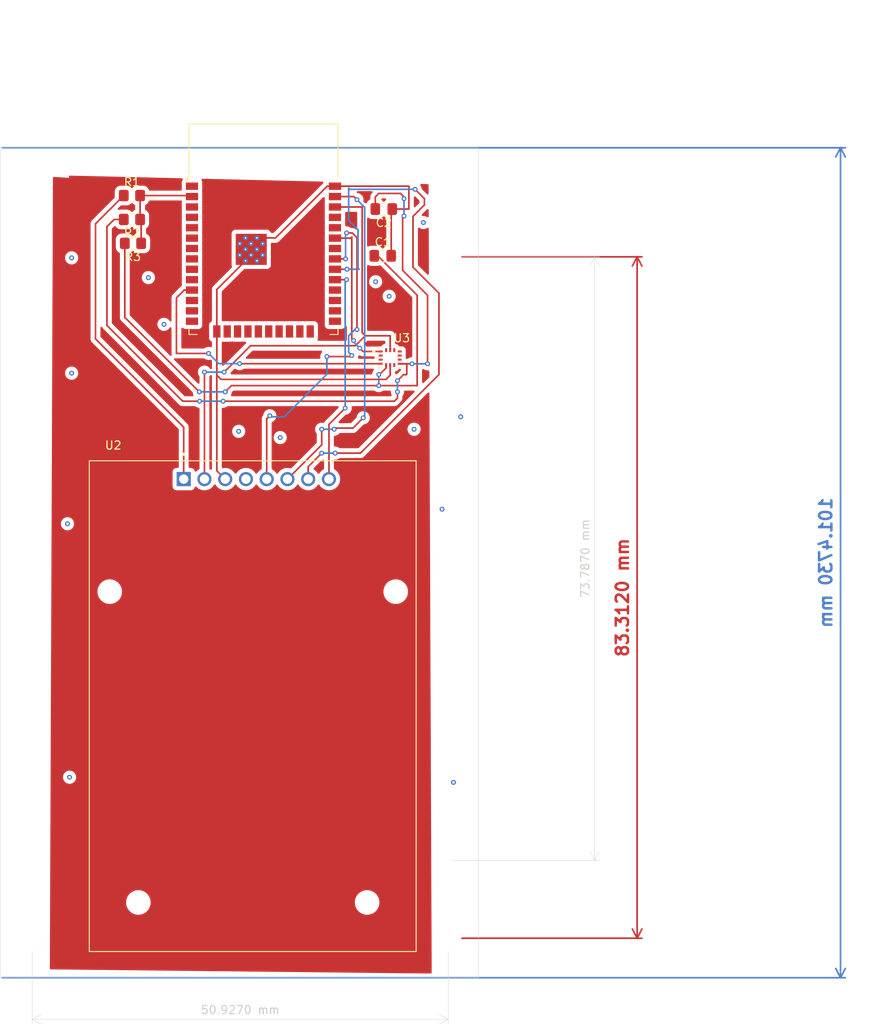
<source format=kicad_pcb>
(kicad_pcb (version 20240108) (generator "pcbnew") (generator_version "8.0")
  (layers (0 "F.Cu" signal) (31 "B.Cu" signal) (34 "B.Paste" user) (35 "F.Paste" user) (36 "B.SilkS" user "B.Silkscreen") (37 "F.SilkS" user "F.Silkscreen") (38 "B.Mask" user) (39 "F.Mask" user) (44 "Edge.Cuts" user))
  (net 0 "")
  (net 1 "Net-(U3-VDDIO)")
  (net 2 "GND")
  (net 3 "Net-(U3-VDD)")
  (net 4 "Net-(U2-VCC)")
  (net 5 "+3.3V")
  (net 12 "Net-(U1-IO22)")
  (net 13 "Net-(U1-IO5)")
  (net 22 "Net-(U1-IO18)")
  (net 31 "Net-(U1-IO23)")
  (net 33 "Net-(U1-IO21)")
  (net 36 "Net-(U1-IO26)")
  (net 38 "Net-(U1-IO19)")
  (footprint "MountingHole:MountingHole_3.2mm_M3" (layer "F.Cu") (at 75.819 43.434)
    (property "Reference" "H1" (at 0 0 0) (layer "F.SilkS"))
    (property "Value" "MountingHole" (hide yes))
    (pad "" np_thru_hole circle (at 0 0) (size 3.2 3.2) (drill 3.2) (layers "*.Cu" "*.Mask"))
  )
  (footprint "ICM 45605 Footprint Symbol by TDK:XDCR_ICM-45605" (layer "F.Cu") (at 119.634 55.753)
    (property "Reference" "U3" (at 1.425 -2.385 0) (layer "F.SilkS"))
    (property "Value" "ICM-45605")
    (fp_line (start -1.5 -1.25) (end -0.945 -1.25) (stroke (width 0.127)) (layer "F.SilkS"))
    (fp_line (start -1.5 -1.2) (end -1.5 -1.25) (stroke (width 0.127)) (layer "F.SilkS"))
    (fp_line (start -1.5 1.2) (end -1.5 1.25) (stroke (width 0.127)) (layer "F.SilkS"))
    (fp_line (start -1.5 1.25) (end -0.945 1.25) (stroke (width 0.127)) (layer "F.SilkS"))
    (fp_line (start 1.5 -1.25) (end 0.945 -1.25) (stroke (width 0.127)) (layer "F.SilkS"))
    (fp_line (start 1.5 -1.2) (end 1.5 -1.25) (stroke (width 0.127)) (layer "F.SilkS"))
    (fp_line (start 1.5 1.2) (end 1.5 1.25) (stroke (width 0.127)) (layer "F.SilkS"))
    (fp_line (start 1.5 1.25) (end 0.945 1.25) (stroke (width 0.127)) (layer "F.SilkS"))
    (fp_circle (center -2 -0.75) (end -1.9 -0.75) (stroke (width 0.2)) (fill none) (layer "F.SilkS"))
    (pad "1" smd rect (at -1.1625 -0.75) (size 0.475 0.25) (layers "F.Cu") (net 33 "Net-(U1-IO21)"))
    (pad "2" smd rect (at -1.1625 -0.25) (size 0.475 0.25) (layers "F.Cu"))
    (pad "3" smd rect (at -1.1625 0.25) (size 0.475 0.25) (layers "F.Cu"))
    (pad "4" smd rect (at -1.1625 0.75) (size 0.475 0.25) (layers "F.Cu") (net 36 "Net-(U1-IO26)"))
    (pad "5" smd rect (at -0.5 0.9125) (size 0.25 0.475) (layers "F.Cu") (net 1 "Net-(U3-VDDIO)"))
    (pad "6" smd rect (at 0 0.9125) (size 0.25 0.475) (layers "F.Cu") (net 2 "GND"))
    (pad "7" smd rect (at 0.5 0.9125) (size 0.25 0.475) (layers "F.Cu"))
    (pad "8" smd rect (at 1.1625 0.75) (size 0.475 0.25) (layers "F.Cu") (net 3 "Net-(U3-VDD)"))
    (pad "9" smd rect (at 1.1625 0.25) (size 0.475 0.25) (layers "F.Cu"))
    (pad "10" smd rect (at 1.1625 -0.25) (size 0.475 0.25) (layers "F.Cu"))
    (pad "11" smd rect (at 1.1625 -0.75) (size 0.475 0.25) (layers "F.Cu"))
    (pad "12" smd rect (at 0.5 -0.9125) (size 0.25 0.475) (layers "F.Cu"))
    (pad "13" smd rect (at 0 -0.9125) (size 0.25 0.475) (layers "F.Cu") (net 12 "Net-(U1-IO22)"))
    (pad "14" smd rect (at -0.5 -0.9125) (size 0.25 0.475) (layers "F.Cu") (net 33 "Net-(U1-IO21)"))
    (zone (net 0) (net_name "") (layer "F.Cu") (connect_pads (clearance 0)) (min_thickness 0.01)
      (keepout (tracks not_allowed) (vias not_allowed) (pads not_allowed) (copperpour not_allowed) (footprints allowed))
      (fill (thermal_gap 0.508) (thermal_bridge_width 0.508))
      (polygon (pts (xy 118.134 54.503) (xy 119.009 54.503) (xy 119.009 55.078) (xy 119.259 55.078) (xy 119.259 54.503) (xy 119.509 54.503) (xy 119.509 55.078) (xy 119.759 55.078) (xy 119.759 54.503) (xy 120.009 54.503) (xy 120.009 55.078) (xy 120.259 55.078) (xy 120.259 54.503) (xy 121.134 54.503) (xy 121.134 54.878) (xy 120.559 54.878) (xy 120.559 55.128) (xy 121.134 55.128) (xy 121.134 55.378) (xy 120.559 55.378) (xy 120.559 55.628) (xy 121.134 55.628) (xy 121.134 55.878) (xy 120.559 55.878) (xy 120.559 56.128) (xy 121.134 56.128) (xy 121.134 56.378) (xy 120.559 56.378) (xy 120.559 56.628) (xy 121.134 56.628) (xy 121.134 57.003) (xy 120.259 57.003) (xy 120.259 56.428) (xy 120.009 56.428) (xy 120.009 57.003) (xy 119.759 57.003) (xy 119.759 56.428) (xy 119.509 56.428) (xy 119.509 57.003) (xy 119.259 57.003) (xy 119.259 56.428) (xy 119.009 56.428) (xy 119.009 57.003) (xy 118.134 57.003) (xy 118.134 56.628) (xy 118.709 56.628) (xy 118.709 56.378) (xy 118.134 56.378) (xy 118.134 56.128) (xy 118.709 56.128) (xy 118.709 55.878) (xy 118.134 55.878) (xy 118.134 55.628) (xy 118.709 55.628) (xy 118.709 55.378) (xy 118.134 55.378) (xy 118.134 55.128) (xy 118.709 55.128) (xy 118.709 54.878) (xy 118.134 54.878)))
    )
  )
  (footprint "CEG006900 Footprint Symbol by YKS:MODULE_CEG006900" (layer "F.Cu") (at 102.811 98.372)
    (property "Reference" "U2" (at -17.075 -31.885 0) (layer "F.SilkS"))
    (property "Value" "CEG006900")
    (fp_line (start -20 -30) (end 20 -30) (stroke (width 0.127)) (layer "F.SilkS"))
    (fp_line (start -20 30) (end -20 -30) (stroke (width 0.127)) (layer "F.SilkS"))
    (fp_line (start 20 -30) (end 20 30) (stroke (width 0.127)) (layer "F.SilkS"))
    (fp_line (start 20 30) (end -20 30) (stroke (width 0.127)) (layer "F.SilkS"))
    (fp_circle (center -8.431 -30.808) (end -8.331 -30.808) (stroke (width 0.2)) (fill none) (layer "F.SilkS"))
    (pad "" np_thru_hole circle (at -17.5 -14) (size 2.5 2.5) (drill 2.5) (layers "*.Cu" "*.Mask"))
    (pad "" np_thru_hole circle (at -14 24) (size 2.5 2.5) (drill 2.5) (layers "*.Cu" "*.Mask"))
    (pad "" np_thru_hole circle (at 14 24) (size 2.5 2.5) (drill 2.5) (layers "*.Cu" "*.Mask"))
    (pad "" np_thru_hole circle (at 17.5 -14) (size 2.5 2.5) (drill 2.5) (layers "*.Cu" "*.Mask"))
    (pad "1" thru_hole rect (at -8.45 -27.76) (size 1.725 1.725) (drill 1.15) (layers "*.Cu" "*.Mask") (net 4 "Net-(U2-VCC)"))
    (pad "2" thru_hole circle (at -5.91 -27.76) (size 1.725 1.725) (drill 1.15) (layers "*.Cu" "*.Mask") (net 12 "Net-(U1-IO22)"))
    (pad "3" thru_hole circle (at -3.37 -27.76) (size 1.725 1.725) (drill 1.15) (layers "*.Cu" "*.Mask") (net 2 "GND"))
    (pad "4" thru_hole circle (at -0.83 -27.76) (size 1.725 1.725) (drill 1.15) (layers "*.Cu" "*.Mask"))
    (pad "5" thru_hole circle (at 1.71 -27.76) (size 1.725 1.725) (drill 1.15) (layers "*.Cu" "*.Mask") (net 38 "Net-(U1-IO19)"))
    (pad "6" thru_hole circle (at 4.25 -27.76) (size 1.725 1.725) (drill 1.15) (layers "*.Cu" "*.Mask") (net 31 "Net-(U1-IO23)"))
    (pad "7" thru_hole circle (at 6.79 -27.76) (size 1.725 1.725) (drill 1.15) (layers "*.Cu" "*.Mask") (net 22 "Net-(U1-IO18)"))
    (pad "8" thru_hole circle (at 9.33 -27.76) (size 1.725 1.725) (drill 1.15) (layers "*.Cu" "*.Mask") (net 13 "Net-(U1-IO5)"))
  )
  (footprint "MountingHole:MountingHole_3.2mm_M3" (layer "F.Cu") (at 126.746 43.434)
    (property "Reference" "H1" (at 0 0 0) (layer "F.SilkS"))
    (property "Value" "MountingHole" (hide yes))
    (pad "" np_thru_hole circle (at 0 0) (size 3.2 3.2) (drill 3.2) (layers "*.Cu" "*.Mask"))
  )
  (footprint "Resistor_SMD:R_0805_2012Metric_Pad1.20x1.40mm_HandSolder" (layer "F.Cu") (at 88.027 35.941)
    (property "Reference" "R1" (at 0 -1.651 0) (layer "F.SilkS"))
    (property "Value" "200")
    (fp_line (start -0.227064 -0.735) (end 0.227064 -0.735) (stroke (width 0.12)) (layer "F.SilkS"))
    (fp_line (start -0.227064 0.735) (end 0.227064 0.735) (stroke (width 0.12)) (layer "F.SilkS"))
    (pad "1" smd roundrect (at -1 0) (size 1.2 1.4) (layers "F.Cu" "F.Paste" "F.Mask") (roundrect_rratio 0.208333) (net 4 "Net-(U2-VCC)"))
    (pad "2" smd roundrect (at 1 0) (size 1.2 1.4) (layers "F.Cu" "F.Paste" "F.Mask") (roundrect_rratio 0.208333) (net 5 "+3.3V"))
  )
  (footprint "Resistor_SMD:R_0805_2012Metric_Pad1.20x1.40mm_HandSolder" (layer "F.Cu") (at 88.154 41.783 180)
    (property "Reference" "R3" (at 0 -1.65 0) (layer "F.SilkS"))
    (property "Value" "10k")
    (fp_line (start -0.227064 0.735) (end 0.227064 0.735) (stroke (width 0.12)) (layer "F.SilkS"))
    (fp_line (start -0.227064 -0.735) (end 0.227064 -0.735) (stroke (width 0.12)) (layer "F.SilkS"))
    (pad "1" smd roundrect (at -1 0 180) (size 1.2 1.4) (layers "F.Cu" "F.Paste" "F.Mask") (roundrect_rratio 0.208333) (net 5 "+3.3V"))
    (pad "2" smd roundrect (at 1 0 180) (size 1.2 1.4) (layers "F.Cu" "F.Paste" "F.Mask") (roundrect_rratio 0.208333) (net 1 "Net-(U3-VDDIO)"))
  )
  (footprint "MountingHole:MountingHole_3.2mm_M3" (layer "F.Cu") (at 126.746 126.746)
    (property "Reference" "H4" (hide yes))
    (property "Value" "MountingHole" (hide yes))
    (pad "" np_thru_hole circle (at 0 0) (size 3.2 3.2) (drill 3.2) (layers "*.Cu" "*.Mask"))
  )
  (footprint "Capacitor_SMD:C_0805_2012Metric_Pad1.18x1.45mm_HandSolder" (layer "F.Cu") (at 118.8505 37.592 180)
    (property "Reference" "C2" (at 0 -1.68 0) (layer "F.SilkS"))
    (property "Value" "0.1uF")
    (fp_line (start -0.261252 0.735) (end 0.261252 0.735) (stroke (width 0.12)) (layer "F.SilkS"))
    (fp_line (start -0.261252 -0.735) (end 0.261252 -0.735) (stroke (width 0.12)) (layer "F.SilkS"))
    (pad "1" smd roundrect (at -1.0375 0 180) (size 1.175 1.45) (layers "F.Cu" "F.Paste" "F.Mask") (roundrect_rratio 0.212766) (net 2 "GND"))
    (pad "2" smd roundrect (at 1.0375 0 180) (size 1.175 1.45) (layers "F.Cu" "F.Paste" "F.Mask") (roundrect_rratio 0.212766) (net 3 "Net-(U3-VDD)"))
  )
  (footprint "MountingHole:MountingHole_3.2mm_M3" (layer "F.Cu") (at 75.819 126.746)
    (property "Reference" "H4" (hide yes))
    (property "Value" "MountingHole" (hide yes))
    (pad "" np_thru_hole circle (at 0 0) (size 3.2 3.2) (drill 3.2) (layers "*.Cu" "*.Mask"))
  )
  (footprint "Resistor_SMD:R_0805_2012Metric_Pad1.20x1.40mm_HandSolder" (layer "F.Cu") (at 88.027 38.862 180)
    (property "Reference" "R2" (at 0 -1.65 0) (layer "F.SilkS"))
    (property "Value" "10k")
    (fp_line (start -0.227064 0.735) (end 0.227064 0.735) (stroke (width 0.12)) (layer "F.SilkS"))
    (fp_line (start -0.227064 -0.735) (end 0.227064 -0.735) (stroke (width 0.12)) (layer "F.SilkS"))
    (pad "1" smd roundrect (at -1 0 180) (size 1.2 1.4) (layers "F.Cu" "F.Paste" "F.Mask") (roundrect_rratio 0.208333) (net 5 "+3.3V"))
    (pad "2" smd roundrect (at 1 0 180) (size 1.2 1.4) (layers "F.Cu" "F.Paste" "F.Mask") (roundrect_rratio 0.208333) (net 3 "Net-(U3-VDD)"))
  )
  (footprint "Capacitor_SMD:C_0805_2012Metric_Pad1.18x1.45mm_HandSolder" (layer "F.Cu") (at 118.7235 43.307)
    (property "Reference" "C1" (at 0 -1.68 0) (layer "F.SilkS"))
    (property "Value" "0.1uF")
    (fp_line (start -0.261252 -0.735) (end 0.261252 -0.735) (stroke (width 0.12)) (layer "F.SilkS"))
    (fp_line (start -0.261252 0.735) (end 0.261252 0.735) (stroke (width 0.12)) (layer "F.SilkS"))
    (pad "1" smd roundrect (at -1.0375 0) (size 1.175 1.45) (layers "F.Cu" "F.Paste" "F.Mask") (roundrect_rratio 0.212766) (net 1 "Net-(U3-VDDIO)"))
    (pad "2" smd roundrect (at 1.0375 0) (size 1.175 1.45) (layers "F.Cu" "F.Paste" "F.Mask") (roundrect_rratio 0.212766) (net 2 "GND"))
  )
  (footprint "RF_Module:ESP32-WROOM-32D" (layer "F.Cu") (at 104.127 43.048)
    (property "Reference" "U1" (hide yes))
    (property "Value" "ESP32-WROOM-32D")
    (fp_line (start -9.12 -15.86) (end -9.12 -9.7) (stroke (width 0.12)) (layer "F.SilkS"))
    (fp_line (start -9.12 -15.86) (end 9.12 -15.86) (stroke (width 0.12)) (layer "F.SilkS"))
    (fp_line (start -9.12 9.1) (end -9.12 9.88) (stroke (width 0.12)) (layer "F.SilkS"))
    (fp_line (start -9.12 9.88) (end -8.12 9.88) (stroke (width 0.12)) (layer "F.SilkS"))
    (fp_line (start 9.12 -15.86) (end 9.12 -9.445) (stroke (width 0.12)) (layer "F.SilkS"))
    (fp_line (start 9.12 9.1) (end 9.12 9.88) (stroke (width 0.12)) (layer "F.SilkS"))
    (fp_line (start 9.12 9.88) (end 8.12 9.88) (stroke (width 0.12)) (layer "F.SilkS"))
    (fp_poly (pts (xy -9.125 -8.975) (xy -9.625 -8.975) (xy -9.125 -9.475) (xy -9.125 -8.975)) (stroke (width 0.12)) (fill solid) (layer "F.SilkS"))
    (pad "1" smd rect (at -8.75 -8.25) (size 1.5 0.9) (layers "F.Cu" "F.Paste" "F.Mask") (net 2 "GND"))
    (pad "2" smd rect (at -8.75 -6.98) (size 1.5 0.9) (layers "F.Cu" "F.Paste" "F.Mask") (net 5 "+3.3V"))
    (pad "3" smd rect (at -8.75 -5.71) (size 1.5 0.9) (layers "F.Cu" "F.Paste" "F.Mask"))
    (pad "4" smd rect (at -8.75 -4.44) (size 1.5 0.9) (layers "F.Cu" "F.Paste" "F.Mask"))
    (pad "5" smd rect (at -8.75 -3.17) (size 1.5 0.9) (layers "F.Cu" "F.Paste" "F.Mask"))
    (pad "6" smd rect (at -8.75 -1.9) (size 1.5 0.9) (layers "F.Cu" "F.Paste" "F.Mask"))
    (pad "7" smd rect (at -8.75 -0.63) (size 1.5 0.9) (layers "F.Cu" "F.Paste" "F.Mask"))
    (pad "8" smd rect (at -8.75 0.64) (size 1.5 0.9) (layers "F.Cu" "F.Paste" "F.Mask"))
    (pad "9" smd rect (at -8.75 1.91) (size 1.5 0.9) (layers "F.Cu" "F.Paste" "F.Mask"))
    (pad "10" smd rect (at -8.75 3.18) (size 1.5 0.9) (layers "F.Cu" "F.Paste" "F.Mask"))
    (pad "11" smd rect (at -8.75 4.45) (size 1.5 0.9) (layers "F.Cu" "F.Paste" "F.Mask") (net 36 "Net-(U1-IO26)"))
    (pad "12" smd rect (at -8.75 5.72) (size 1.5 0.9) (layers "F.Cu" "F.Paste" "F.Mask"))
    (pad "13" smd rect (at -8.75 6.99) (size 1.5 0.9) (layers "F.Cu" "F.Paste" "F.Mask"))
    (pad "14" smd rect (at -8.75 8.26) (size 1.5 0.9) (layers "F.Cu" "F.Paste" "F.Mask"))
    (pad "15" smd rect (at -5.71 9.51 90) (size 1.5 0.9) (layers "F.Cu" "F.Paste" "F.Mask") (net 2 "GND"))
    (pad "16" smd rect (at -4.44 9.51 90) (size 1.5 0.9) (layers "F.Cu" "F.Paste" "F.Mask"))
    (pad "17" smd rect (at -3.17 9.51 90) (size 1.5 0.9) (layers "F.Cu" "F.Paste" "F.Mask"))
    (pad "18" smd rect (at -1.9 9.51 90) (size 1.5 0.9) (layers "F.Cu" "F.Paste" "F.Mask"))
    (pad "19" smd rect (at -0.63 9.51 90) (size 1.5 0.9) (layers "F.Cu" "F.Paste" "F.Mask"))
    (pad "20" smd rect (at 0.64 9.51 90) (size 1.5 0.9) (layers "F.Cu" "F.Paste" "F.Mask"))
    (pad "21" smd rect (at 1.91 9.51 90) (size 1.5 0.9) (layers "F.Cu" "F.Paste" "F.Mask"))
    (pad "22" smd rect (at 3.18 9.51 90) (size 1.5 0.9) (layers "F.Cu" "F.Paste" "F.Mask"))
    (pad "23" smd rect (at 4.45 9.51 90) (size 1.5 0.9) (layers "F.Cu" "F.Paste" "F.Mask"))
    (pad "24" smd rect (at 5.72 9.51 90) (size 1.5 0.9) (layers "F.Cu" "F.Paste" "F.Mask"))
    (pad "25" smd rect (at 8.75 8.26) (size 1.5 0.9) (layers "F.Cu" "F.Paste" "F.Mask"))
    (pad "26" smd rect (at 8.75 6.99) (size 1.5 0.9) (layers "F.Cu" "F.Paste" "F.Mask"))
    (pad "27" smd rect (at 8.75 5.72) (size 1.5 0.9) (layers "F.Cu" "F.Paste" "F.Mask"))
    (pad "28" smd rect (at 8.75 4.45) (size 1.5 0.9) (layers "F.Cu" "F.Paste" "F.Mask"))
    (pad "29" smd rect (at 8.75 3.18) (size 1.5 0.9) (layers "F.Cu" "F.Paste" "F.Mask") (net 13 "Net-(U1-IO5)"))
    (pad "30" smd rect (at 8.75 1.91) (size 1.5 0.9) (layers "F.Cu" "F.Paste" "F.Mask") (net 22 "Net-(U1-IO18)"))
    (pad "31" smd rect (at 8.75 0.64) (size 1.5 0.9) (layers "F.Cu" "F.Paste" "F.Mask") (net 38 "Net-(U1-IO19)"))
    (pad "32" smd rect (at 8.75 -0.63) (size 1.5 0.9) (layers "F.Cu" "F.Paste" "F.Mask"))
    (pad "33" smd rect (at 8.75 -1.9) (size 1.5 0.9) (layers "F.Cu" "F.Paste" "F.Mask") (net 33 "Net-(U1-IO21)"))
    (pad "34" smd rect (at 8.75 -3.17) (size 1.5 0.9) (layers "F.Cu" "F.Paste" "F.Mask"))
    (pad "35" smd rect (at 8.75 -4.44) (size 1.5 0.9) (layers "F.Cu" "F.Paste" "F.Mask"))
    (pad "36" smd rect (at 8.75 -5.71) (size 1.5 0.9) (layers "F.Cu" "F.Paste" "F.Mask") (net 12 "Net-(U1-IO22)"))
    (pad "37" smd rect (at 8.75 -6.98) (size 1.5 0.9) (layers "F.Cu" "F.Paste" "F.Mask") (net 31 "Net-(U1-IO23)"))
    (pad "38" smd rect (at 8.75 -8.25) (size 1.5 0.9) (layers "F.Cu" "F.Paste" "F.Mask") (net 2 "GND"))
    (pad "39" smd rect (at -2.9 -1.93) (size 0.9 0.9) (layers "F.Cu" "F.Paste") (net 2 "GND"))
    (pad "39" thru_hole circle (at -2.9 -1.23) (size 0.6 0.6) (drill 0.2) (property pad_prop_heatsink) (layers "*.Cu" "F.Mask") (net 2 "GND"))
    (pad "39" smd rect (at -2.9 -0.53) (size 0.9 0.9) (layers "F.Cu" "F.Paste") (net 2 "GND"))
    (pad "39" thru_hole circle (at -2.9 0.17) (size 0.6 0.6) (drill 0.2) (property pad_prop_heatsink) (layers "*.Cu" "F.Mask") (net 2 "GND"))
    (pad "39" smd rect (at -2.9 0.87) (size 0.9 0.9) (layers "F.Cu" "F.Paste") (net 2 "GND"))
    (pad "39" thru_hole circle (at -2.2 -1.93) (size 0.6 0.6) (drill 0.2) (property pad_prop_heatsink) (layers "*.Cu" "F.Mask") (net 2 "GND"))
    (pad "39" thru_hole circle (at -2.2 -0.53) (size 0.6 0.6) (drill 0.2) (property pad_prop_heatsink) (layers "*.Cu" "F.Mask") (net 2 "GND"))
    (pad "39" thru_hole circle (at -2.2 0.87) (size 0.6 0.6) (drill 0.2) (property pad_prop_heatsink) (layers "*.Cu" "F.Mask") (net 2 "GND"))
    (pad "39" thru_hole circle (at -1.525 -1.23) (size 0.6 0.6) (drill 0.2) (property pad_prop_heatsink) (layers "*.Cu" "F.Mask") (net 2 "GND"))
    (pad "39" thru_hole circle (at -1.525 0.17) (size 0.6 0.6) (drill 0.2) (property pad_prop_heatsink) (layers "*.Cu" "F.Mask") (net 2 "GND"))
    (pad "39" smd rect (at -1.5 -1.93) (size 0.9 0.9) (layers "F.Cu" "F.Paste") (net 2 "GND"))
    (pad "39" smd rect (at -1.5 -0.53) (size 0.9 0.9) (layers "F.Cu" "F.Paste") (net 2 "GND"))
    (pad "39" smd rect (at -1.5 -0.53) (size 3.8 3.8) (property pad_prop_heatsink) (layers "F.Cu" "F.Mask") (net 2 "GND"))
    (pad "39" smd rect (at -1.5 0.87) (size 0.9 0.9) (layers "F.Cu" "F.Paste") (net 2 "GND"))
    (pad "39" thru_hole circle (at -0.8 -1.93) (size 0.6 0.6) (drill 0.2) (property pad_prop_heatsink) (layers "*.Cu" "F.Mask") (net 2 "GND"))
    (pad "39" thru_hole circle (at -0.8 -0.53) (size 0.6 0.6) (drill 0.2) (property pad_prop_heatsink) (layers "*.Cu" "F.Mask") (net 2 "GND"))
    (pad "39" thru_hole circle (at -0.8 0.87) (size 0.6 0.6) (drill 0.2) (property pad_prop_heatsink) (layers "*.Cu" "F.Mask") (net 2 "GND"))
    (pad "39" smd rect (at -0.1 -1.93) (size 0.9 0.9) (layers "F.Cu" "F.Paste") (net 2 "GND"))
    (pad "39" thru_hole circle (at -0.1 -1.23) (size 0.6 0.6) (drill 0.2) (property pad_prop_heatsink) (layers "*.Cu" "F.Mask") (net 2 "GND"))
    (pad "39" smd rect (at -0.1 -0.53) (size 0.9 0.9) (layers "F.Cu" "F.Paste") (net 2 "GND"))
    (pad "39" thru_hole circle (at -0.1 0.17) (size 0.6 0.6) (drill 0.2) (property pad_prop_heatsink) (layers "*.Cu" "F.Mask") (net 2 "GND"))
    (pad "39" smd rect (at -0.1 0.87) (size 0.9 0.9) (layers "F.Cu" "F.Paste") (net 2 "GND"))
    (zone (net 0) (net_name "") (layers "F&B.Cu") (connect_pads (clearance 0)) (min_thickness 0.254)
      (keepout (tracks not_allowed) (vias not_allowed) (pads not_allowed) (copperpour not_allowed) (footprints not_allowed))
      (fill (thermal_gap 0.508) (thermal_bridge_width 0.508))
      (polygon (pts (xy 80.127 33.498) (xy 128.127 33.498) (xy 128.127 12.308) (xy 80.127 12.308)))
    )
  )
  (gr_rect (start 71.9035 30.099) (end 130.429 131.572) (stroke (width 0.05)) (fill none) (layer "Edge.Cuts"))
  (dimension (type aligned) (layer "F.Cu") (pts (xy 126.746 126.746) (xy 126.746 43.434)) (height 23.114) (gr_text "83.3120 mm" (at 148.06 85.09 90) (layer "F.Cu") (effects (font (size 1.5 1.5) (thickness 0.3)))) (format (prefix "") (suffix "") (units 3) (units_format 1) (precision 4)) (style (thickness 0.2) (arrow_length 1.27) (text_position_mode 0) (extension_height 0.58642) (extension_offset 0.5) keep_text_aligned))
  (dimension (type aligned) (layer "B.Cu") (pts (xy 71.6495 30.099) (xy 71.6495 131.572)) (height -103.1025) (gr_text "101.4730 mm" (at 172.952 80.8355 90) (layer "B.Cu") (effects (font (size 1.5 1.5) (thickness 0.3)) (justify mirror))) (format (prefix "") (suffix "") (units 3) (units_format 1) (precision 4)) (style (thickness 0.2) (arrow_length 1.27) (text_position_mode 0) (extension_height 0.58642) (extension_offset 0.5) keep_text_aligned))
  (dimension (type aligned) (layer "Edge.Cuts") (pts (xy 126.746 43.434) (xy 126.746 117.221)) (height -17.907) (gr_text "73.7870 mm" (at 143.503 80.3275 90) (layer "Edge.Cuts") (effects (font (size 1 1) (thickness 0.15)))) (format (prefix "") (suffix "") (units 3) (units_format 1) (precision 4)) (style (thickness 0.05) (arrow_length 1.27) (text_position_mode 0) (extension_height 0.58642) (extension_offset 0.5) keep_text_aligned))
  (dimension (type aligned) (layer "Edge.Cuts") (pts (xy 126.746 126.746) (xy 75.819 126.746)) (height -9.906) (gr_text "50.9270 mm" (at 101.2825 135.502 0) (layer "Edge.Cuts") (effects (font (size 1 1) (thickness 0.15)))) (format (prefix "") (suffix "") (units 3) (units_format 1) (precision 4)) (style (thickness 0.05) (arrow_length 1.27) (text_position_mode 0) (extension_height 0.58642) (extension_offset 0.5) keep_text_aligned))
  (via (at 123.698 39.243) (size 0.6) (drill 0.3) (layers "F.Cu" "B.Cu") (net 0))
  (via (at 91.948 51.689) (size 0.6) (drill 0.3) (layers "F.Cu" "B.Cu") (net 0))
  (via (at 101.092 64.77) (size 0.6) (drill 0.3) (layers "F.Cu" "B.Cu") (net 0))
  (via (at 80.645 43.561) (size 0.6) (drill 0.3) (layers "F.Cu" "B.Cu") (net 0))
  (via (at 117.856 46.482) (size 0.6) (drill 0.3) (layers "F.Cu" "B.Cu") (net 0))
  (via (at 127.381 107.696) (size 0.6) (drill 0.3) (layers "F.Cu" "B.Cu") (net 0))
  (via (at 80.391 107.061) (size 0.6) (drill 0.3) (layers "F.Cu" "B.Cu") (net 0))
  (via (at 80.645 57.658) (size 0.6) (drill 0.3) (layers "F.Cu" "B.Cu") (net 0))
  (via (at 128.27 62.992) (size 0.6) (drill 0.3) (layers "F.Cu" "B.Cu") (net 0))
  (via (at 122.555 64.516) (size 0.6) (drill 0.3) (layers "F.Cu" "B.Cu") (net 0))
  (via (at 125.984 74.295) (size 0.6) (drill 0.3) (layers "F.Cu" "B.Cu") (net 0))
  (via (at 106.172 65.532) (size 0.6) (drill 0.3) (layers "F.Cu" "B.Cu") (net 0))
  (via (at 119.507 48.26) (size 0.6) (drill 0.3) (layers "F.Cu" "B.Cu") (net 0))
  (via (at 80.137 76.073) (size 0.6) (drill 0.3) (layers "F.Cu" "B.Cu") (net 0))
  (via (at 90.043 45.974) (size 0.6) (drill 0.3) (layers "F.Cu" "B.Cu") (net 0))
  (segment (start 118.11 43.307) (end 122.936 48.133) (width 0.2) (layer "F.Cu") (net 1))
  (segment (start 119.126 59.182) (end 118.237 59.182) (width 0.2) (layer "F.Cu") (net 1))
  (segment (start 119.134 57.019422) (end 119.134 56.6655) (width 0.2) (layer "F.Cu") (net 1))
  (segment (start 87.154 41.783) (end 87.154 50.832) (width 0.2) (layer "F.Cu") (net 1))
  (segment (start 122.936 48.133) (end 122.936 59.182) (width 0.2) (layer "F.Cu") (net 1))
  (segment (start 118.237 57.82) (end 118.333422 57.82) (width 0.2) (layer "F.Cu") (net 1))
  (segment (start 87.154 50.832) (end 96.266 59.944) (width 0.2) (layer "F.Cu") (net 1))
  (segment (start 122.936 59.182) (end 119.126 59.182) (width 0.2) (layer "F.Cu") (net 1))
  (segment (start 117.686 43.307) (end 118.11 43.307) (width 0.2) (layer "F.Cu") (net 1))
  (segment (start 118.333422 57.82) (end 119.134 57.019422) (width 0.2) (layer "F.Cu") (net 1))
  (segment (start 118.237 59.182) (end 100.203 59.182) (width 0.2) (layer "F.Cu") (net 1))
  (segment (start 100.203 59.182) (end 99.441 59.944) (width 0.2) (layer "F.Cu") (net 1))
  (via (at 118.237 57.82) (size 0.6) (drill 0.3) (layers "F.Cu" "B.Cu") (net 1))
  (via (at 99.441 59.944) (size 0.6) (drill 0.3) (layers "F.Cu" "B.Cu") (net 1))
  (via (at 96.266 59.944) (size 0.6) (drill 0.3) (layers "F.Cu" "B.Cu") (net 1))
  (via (at 118.237 59.182) (size 0.6) (drill 0.3) (layers "F.Cu" "B.Cu") (net 1))
  (segment (start 118.237 59.182) (end 118.237 57.82) (width 0.2) (layer "B.Cu") (net 1))
  (segment (start 96.266 59.944) (end 99.441 59.944) (width 0.2) (layer "B.Cu") (net 1))
  (segment (start 99.695 59.944) (end 99.441 59.944) (width 0.2) (layer "B.Cu") (net 1))
  (segment (start 118.329 57.82) (end 118.364 57.785) (width 0.2) (layer "B.Cu") (net 1))
  (segment (start 118.237 57.82) (end 118.329 57.82) (width 0.2) (layer "B.Cu") (net 1))
  (segment (start 98.417 47.428) (end 98.417 52.558) (width 0.2) (layer "F.Cu") (net 2))
  (segment (start 105.607 41.118) (end 104.027 41.118) (width 0.2) (layer "F.Cu") (net 2))
  (segment (start 121.92 34.798) (end 112.877 34.798) (width 0.2) (layer "F.Cu") (net 2))
  (segment (start 98.417 69.588) (end 99.441 70.612) (width 0.2) (layer "F.Cu") (net 2))
  (segment (start 98.925 58.42) (end 98.417 57.912) (width 0.2) (layer "F.Cu") (net 2))
  (segment (start 111.927 34.798) (end 105.607 41.118) (width 0.2) (layer "F.Cu") (net 2))
  (segment (start 101.927 43.918) (end 98.417 47.428) (width 0.2) (layer "F.Cu") (net 2))
  (segment (start 119.761 37.719) (end 119.888 37.592) (width 0.2) (layer "F.Cu") (net 2))
  (segment (start 119.634 57.912) (end 119.126 58.42) (width 0.2) (layer "F.Cu") (net 2))
  (segment (start 121.92 37.592) (end 121.92 34.798) (width 0.2) (layer "F.Cu") (net 2))
  (segment (start 119.888 37.592) (end 121.92 37.592) (width 0.2) (layer "F.Cu") (net 2))
  (segment (start 98.417 57.912) (end 98.417 69.588) (width 0.2) (layer "F.Cu") (net 2))
  (segment (start 119.126 58.42) (end 98.925 58.42) (width 0.2) (layer "F.Cu") (net 2))
  (segment (start 112.877 34.798) (end 111.927 34.798) (width 0.2) (layer "F.Cu") (net 2))
  (segment (start 98.417 52.558) (end 98.417 57.912) (width 0.2) (layer "F.Cu") (net 2))
  (segment (start 119.761 43.307) (end 119.761 37.719) (width 0.2) (layer "F.Cu") (net 2))
  (segment (start 119.634 56.6655) (end 119.634 57.912) (width 0.2) (layer "F.Cu") (net 2))
  (segment (start 121.158 38.608) (end 121.158 45.085) (width 0.2) (layer "F.Cu") (net 3))
  (segment (start 121.605 57.846) (end 121.666 57.785) (width 0.2) (layer "F.Cu") (net 3))
  (segment (start 121.666 57.785) (end 121.666 56.515) (width 0.2) (layer "F.Cu") (net 3))
  (segment (start 124.206 48.133) (end 124.206 56.515) (width 0.2) (layer "F.Cu") (net 3))
  (segment (start 85.852 38.862) (end 84.963 39.751) (width 0.2) (layer "F.Cu") (net 3))
  (segment (start 121.234 56.503) (end 121.259 56.528) (width 0.2) (layer "F.Cu") (net 3))
  (segment (start 121.32 36.103) (end 121.32 36.322) (width 0.2) (layer "F.Cu") (net 3))
  (segment (start 120.523 60.706) (end 120.523 59.944) (width 0.2) (layer "F.Cu") (net 3))
  (segment (start 120.142 61.087) (end 120.523 60.706) (width 0.2) (layer "F.Cu") (net 3))
  (segment (start 121.158 45.085) (end 124.206 48.133) (width 0.2) (layer "F.Cu") (net 3))
  (segment (start 120.904 35.687) (end 121.32 36.103) (width 0.2) (layer "F.Cu") (net 3))
  (segment (start 94.234 61.087) (end 96.301 61.087) (width 0.2) (layer "F.Cu") (net 3))
  (segment (start 118.237 35.687) (end 120.904 35.687) (width 0.2) (layer "F.Cu") (net 3))
  (segment (start 121.259 57.846) (end 120.523 58.582) (width 0.2) (layer "F.Cu") (net 3))
  (segment (start 120.8085 56.515) (end 120.7965 56.503) (width 0.2) (layer "F.Cu") (net 3))
  (segment (start 117.813 36.111) (end 118.237 35.687) (width 0.2) (layer "F.Cu") (net 3))
  (segment (start 94.1705 61.0235) (end 94.234 61.087) (width 0.2) (layer "F.Cu") (net 3))
  (segment (start 84.963 51.816) (end 94.1705 61.0235) (width 0.2) (layer "F.Cu") (net 3))
  (segment (start 84.963 39.751) (end 84.963 51.816) (width 0.2) (layer "F.Cu") (net 3))
  (segment (start 117.813 37.592) (end 117.813 36.111) (width 0.2) (layer "F.Cu") (net 3))
  (segment (start 122.301 56.515) (end 121.666 56.515) (width 0.2) (layer "F.Cu") (net 3))
  (segment (start 121.666 56.515) (end 120.8085 56.515) (width 0.2) (layer "F.Cu") (net 3))
  (segment (start 87.027 38.862) (end 85.852 38.862) (width 0.2) (layer "F.Cu") (net 3))
  (segment (start 121.32 38.446) (end 121.158 38.608) (width 0.2) (layer "F.Cu") (net 3))
  (segment (start 121.259 57.846) (end 121.605 57.846) (width 0.2) (layer "F.Cu") (net 3))
  (segment (start 99.187 61.087) (end 120.142 61.087) (width 0.2) (layer "F.Cu") (net 3))
  (segment (start 120.7965 56.503) (end 121.234 56.503) (width 0.2) (layer "F.Cu") (net 3))
  (via (at 124.206 56.515) (size 0.6) (drill 0.3) (layers "F.Cu" "B.Cu") (net 3))
  (via (at 120.523 58.582) (size 0.6) (drill 0.3) (layers "F.Cu" "B.Cu") (net 3))
  (via (at 96.301 61.087) (size 0.6) (drill 0.3) (layers "F.Cu" "B.Cu") (net 3))
  (via (at 120.523 59.944) (size 0.6) (drill 0.3) (layers "F.Cu" "B.Cu") (net 3))
  (via (at 122.301 56.515) (size 0.6) (drill 0.3) (layers "F.Cu" "B.Cu") (net 3))
  (via (at 121.32 36.322) (size 0.6) (drill 0.3) (layers "F.Cu" "B.Cu") (net 3))
  (via (at 99.187 61.087) (size 0.6) (drill 0.3) (layers "F.Cu" "B.Cu") (net 3))
  (via (at 121.32 38.446) (size 0.6) (drill 0.3) (layers "F.Cu" "B.Cu") (net 3))
  (segment (start 120.523 59.944) (end 120.523 58.582) (width 0.2) (layer "B.Cu") (net 3))
  (segment (start 99.314 61.214) (end 99.187 61.087) (width 0.2) (layer "B.Cu") (net 3))
  (segment (start 121.285 38.481) (end 121.32 38.446) (width 0.2) (layer "B.Cu") (net 3))
  (segment (start 121.32 36.322) (end 121.32 38.446) (width 0.2) (layer "B.Cu") (net 3))
  (segment (start 96.301 61.087) (end 99.187 61.087) (width 0.2) (layer "B.Cu") (net 3))
  (segment (start 124.206 56.515) (end 122.301 56.515) (width 0.2) (layer "B.Cu") (net 3))
  (segment (start 83.566 39.402) (end 87.027 35.941) (width 0.2) (layer "F.Cu") (net 4))
  (segment (start 94.361 70.612) (end 94.361 64.262) (width 0.2) (layer "F.Cu") (net 4))
  (segment (start 94.361 64.262) (end 83.566 53.467) (width 0.2) (layer "F.Cu") (net 4))
  (segment (start 83.566 53.467) (end 83.566 39.402) (width 0.2) (layer "F.Cu") (net 4))
  (segment (start 89.154 41.783) (end 89.154 38.989) (width 0.2) (layer "F.Cu") (net 5))
  (segment (start 89.027 35.941) (end 95.25 35.941) (width 0.2) (layer "F.Cu") (net 5))
  (segment (start 95.25 35.941) (end 95.377 36.068) (width 0.2) (layer "F.Cu") (net 5))
  (segment (start 89.154 38.989) (end 89.027 38.862) (width 0.2) (layer "F.Cu") (net 5))
  (segment (start 89.027 38.862) (end 89.027 35.941) (width 0.2) (layer "F.Cu") (net 5))
  (segment (start 99.314 57.531) (end 102.542 54.303) (width 0.2) (layer "F.Cu") (net 12))
  (segment (start 102.542 54.303) (end 115.369 54.303) (width 0.2) (layer "F.Cu") (net 12))
  (segment (start 115.369 54.303) (end 116.586 53.086) (width 0.2) (layer "F.Cu") (net 12))
  (segment (start 96.901 57.531) (end 96.901 70.612) (width 0.2) (layer "F.Cu") (net 12))
  (segment (start 116.205 52.705) (end 116.205 37.338) (width 0.2) (layer "F.Cu") (net 12))
  (segment (start 116.586 53.086) (end 116.205 52.705) (width 0.2) (layer "F.Cu") (net 12))
  (segment (start 119.634 53.086) (end 119.634 54.8405) (width 0.2) (layer "F.Cu") (net 12))
  (segment (start 116.205 37.338) (end 112.877 37.338) (width 0.2) (layer "F.Cu") (net 12))
  (segment (start 116.586 53.086) (end 119.634 53.086) (width 0.2) (layer "F.Cu") (net 12))
  (via (at 96.901 57.531) (size 0.6) (drill 0.3) (layers "F.Cu" "B.Cu") (net 12))
  (via (at 99.314 57.531) (size 0.6) (drill 0.3) (layers "F.Cu" "B.Cu") (net 12))
  (segment (start 96.901 57.531) (end 99.314 57.531) (width 0.2) (layer "B.Cu") (net 12))
  (segment (start 112.877 46.228) (end 114.3 46.228) (width 0.2) (layer "F.Cu") (net 13))
  (segment (start 114.127002 61.930002) (end 112.141 63.916004) (width 0.2) (layer "F.Cu") (net 13))
  (segment (start 112.141 63.916004) (end 112.141 70.612) (width 0.2) (layer "F.Cu") (net 13))
  (via (at 114.3 46.228) (size 0.6) (drill 0.3) (layers "F.Cu" "B.Cu") (net 13))
  (via (at 114.127002 61.930002) (size 0.6) (drill 0.3) (layers "F.Cu" "B.Cu") (net 13))
  (segment (start 114.173 61.976) (end 114.127002 61.930002) (width 0.2) (layer "B.Cu") (net 13))
  (segment (start 114.127002 46.400998) (end 114.127002 61.930002) (width 0.2) (layer "B.Cu") (net 13))
  (segment (start 114.3 46.228) (end 114.127002 46.400998) (width 0.2) (layer "B.Cu") (net 13))
  (segment (start 112.903 67.437) (end 115.996976 67.437) (width 0.2) (layer "F.Cu") (net 22))
  (segment (start 125.603 57.830976) (end 125.603 47.879) (width 0.2) (layer "F.Cu") (net 22))
  (segment (start 122.428 38.481) (end 123.825 37.084) (width 0.2) (layer "F.Cu") (net 22))
  (segment (start 109.601 69.088) (end 111.252 67.437) (width 0.2) (layer "F.Cu") (net 22))
  (segment (start 122.428 44.577) (end 122.428 38.481) (width 0.2) (layer "F.Cu") (net 22))
  (segment (start 123.825 37.084) (end 123.825 36.322) (width 0.2) (layer "F.Cu") (net 22))
  (segment (start 123.825 36.322) (end 122.682 35.179) (width 0.2) (layer "F.Cu") (net 22))
  (segment (start 114.335 44.958) (end 112.877 44.958) (width 0.2) (layer "F.Cu") (net 22))
  (segment (start 122.428 44.704) (end 122.428 44.577) (width 0.2) (layer "F.Cu") (net 22))
  (segment (start 125.603 47.879) (end 122.428 44.704) (width 0.2) (layer "F.Cu") (net 22))
  (segment (start 115.996976 67.437) (end 125.603 57.830976) (width 0.2) (layer "F.Cu") (net 22))
  (segment (start 109.601 70.612) (end 109.601 69.088) (width 0.2) (layer "F.Cu") (net 22))
  (via (at 114.335 44.958) (size 0.6) (drill 0.3) (layers "F.Cu" "B.Cu") (net 22))
  (via (at 112.903 67.437) (size 0.6) (drill 0.3) (layers "F.Cu" "B.Cu") (net 22))
  (via (at 111.252 67.437) (size 0.6) (drill 0.3) (layers "F.Cu" "B.Cu") (net 22))
  (via (at 122.682 35.179) (size 0.6) (drill 0.3) (layers "F.Cu" "B.Cu") (net 22))
  (segment (start 114.554 35.052) (end 114.554 38.989) (width 0.2) (layer "B.Cu") (net 22))
  (segment (start 115.824 44.958) (end 114.3 44.958) (width 0.2) (layer "B.Cu") (net 22))
  (segment (start 114.046 44.958) (end 114.335 44.958) (width 0.2) (layer "B.Cu") (net 22))
  (segment (start 114.3 44.958) (end 114.046 44.958) (width 0.2) (layer "B.Cu") (net 22))
  (segment (start 115.697 44.831) (end 115.824 44.958) (width 0.2) (layer "B.Cu") (net 22))
  (segment (start 115.697 40.132) (end 115.697 44.831) (width 0.2) (layer "B.Cu") (net 22))
  (segment (start 114.681 35.179) (end 114.554 35.052) (width 0.2) (layer "B.Cu") (net 22))
  (segment (start 111.252 67.437) (end 112.903 67.437) (width 0.2) (layer "B.Cu") (net 22))
  (segment (start 122.682 35.179) (end 114.681 35.179) (width 0.2) (layer "B.Cu") (net 22))
  (segment (start 114.554 38.989) (end 115.697 40.132) (width 0.2) (layer "B.Cu") (net 22))
  (segment (start 115.081 64.37) (end 112.922 64.37) (width 0.2) (layer "F.Cu") (net 31))
  (segment (start 111.252 64.516) (end 111.252 66.421) (width 0.2) (layer "F.Cu") (net 31))
  (segment (start 116.332 63.119) (end 115.081 64.37) (width 0.2) (layer "F.Cu") (net 31))
  (segment (start 115.189 36.068) (end 115.57 36.449) (width 0.2) (layer "F.Cu") (net 31))
  (segment (start 111.252 66.421) (end 107.061 70.612) (width 0.2) (layer "F.Cu") (net 31))
  (segment (start 112.877 36.068) (end 115.189 36.068) (width 0.2) (layer "F.Cu") (net 31))
  (segment (start 112.922 64.37) (end 112.776 64.516) (width 0.2) (layer "F.Cu") (net 31))
  (via (at 111.252 64.516) (size 0.6) (drill 0.3) (layers "F.Cu" "B.Cu") (net 31))
  (via (at 115.57 36.449) (size 0.6) (drill 0.3) (layers "F.Cu" "B.Cu") (net 31))
  (via (at 116.332 63.119) (size 0.6) (drill 0.3) (layers "F.Cu" "B.Cu") (net 31))
  (via (at 112.776 64.516) (size 0.6) (drill 0.3) (layers "F.Cu" "B.Cu") (net 31))
  (segment (start 115.57 36.449) (end 116.511935 37.390935) (width 0.2) (layer "B.Cu") (net 31))
  (segment (start 116.511935 62.939065) (end 116.332 63.119) (width 0.2) (layer "B.Cu") (net 31))
  (segment (start 116.511935 37.390935) (end 116.511935 62.939065) (width 0.2) (layer "B.Cu") (net 31))
  (segment (start 112.776 64.516) (end 111.252 64.516) (width 0.2) (layer "B.Cu") (net 31))
  (segment (start 118.4715 55.003) (end 116.306341 55.003) (width 0.2) (layer "F.Cu") (net 33))
  (segment (start 116.306341 55.003) (end 115.911935 54.608594) (width 0.2) (layer "F.Cu") (net 33))
  (segment (start 114.935 53.449) (end 115.154735 53.668735) (width 0.2) (layer "F.Cu") (net 33))
  (segment (start 112.877 41.148) (end 114.808 41.148) (width 0.2) (layer "F.Cu") (net 33))
  (segment (start 114.808 41.148) (end 114.935 41.021) (width 0.2) (layer "F.Cu") (net 33))
  (segment (start 114.935 41.021) (end 114.935 53.449) (width 0.2) (layer "F.Cu") (net 33))
  (via (at 115.911935 54.608594) (size 0.6) (drill 0.3) (layers "F.Cu" "B.Cu") (net 33))
  (via (at 115.154735 53.668735) (size 0.6) (drill 0.3) (layers "F.Cu" "B.Cu") (net 33))
  (segment (start 115.189 53.885659) (end 115.189 53.703) (width 0.2) (layer "B.Cu") (net 33))
  (segment (start 115.911935 54.608594) (end 115.189 53.885659) (width 0.2) (layer "B.Cu") (net 33))
  (segment (start 115.189 53.703) (end 115.154735 53.668735) (width 0.2) (layer "B.Cu") (net 33))
  (segment (start 93.472 48.453) (end 93.472 55.245) (width 0.2) (layer "F.Cu") (net 36))
  (segment (start 94.427 47.498) (end 93.472 48.453) (width 0.2) (layer "F.Cu") (net 36))
  (segment (start 101.207 56.503) (end 118.4715 56.503) (width 0.2) (layer "F.Cu") (net 36))
  (segment (start 95.377 47.498) (end 94.427 47.498) (width 0.2) (layer "F.Cu") (net 36))
  (segment (start 93.472 55.245) (end 97.409 55.245) (width 0.2) (layer "F.Cu") (net 36))
  (segment (start 101.198765 56.494765) (end 101.207 56.503) (width 0.2) (layer "F.Cu") (net 36))
  (via (at 101.198765 56.494765) (size 0.6) (drill 0.3) (layers "F.Cu" "B.Cu") (net 36))
  (via (at 97.409 55.245) (size 0.6) (drill 0.3) (layers "F.Cu" "B.Cu") (net 36))
  (segment (start 101.198765 56.494765) (end 98.658765 56.494765) (width 0.2) (layer "B.Cu") (net 36))
  (segment (start 98.658765 56.494765) (end 97.409 55.245) (width 0.2) (layer "B.Cu") (net 36))
  (segment (start 114.935 55.499) (end 114.808 55.626) (width 0.2) (layer "F.Cu") (net 38))
  (segment (start 112.877 43.688) (end 114.173 43.688) (width 0.2) (layer "F.Cu") (net 38))
  (segment (start 115.57 41.090315) (end 115.57 52.324) (width 0.2) (layer "F.Cu") (net 38))
  (segment (start 104.521 63.246) (end 104.521 70.612) (width 0.2) (layer "F.Cu") (net 38))
  (segment (start 114.992685 40.513) (end 115.57 41.090315) (width 0.2) (layer "F.Cu") (net 38))
  (segment (start 114.3 40.513) (end 114.992685 40.513) (width 0.2) (layer "F.Cu") (net 38))
  (segment (start 114.808 55.626) (end 111.887 55.626) (width 0.2) (layer "F.Cu") (net 38))
  (segment (start 104.902 62.865) (end 104.521 63.246) (width 0.2) (layer "F.Cu") (net 38))
  (via (at 114.935 55.499) (size 0.6) (drill 0.3) (layers "F.Cu" "B.Cu") (net 38))
  (via (at 114.173 43.688) (size 0.6) (drill 0.3) (layers "F.Cu" "B.Cu") (net 38))
  (via (at 111.887 55.626) (size 0.6) (drill 0.3) (layers "F.Cu" "B.Cu") (net 38))
  (via (at 114.3 40.513) (size 0.6) (drill 0.3) (layers "F.Cu" "B.Cu") (net 38))
  (via (at 104.902 62.865) (size 0.6) (drill 0.3) (layers "F.Cu" "B.Cu") (net 38))
  (via (at 115.57 52.324) (size 0.6) (drill 0.3) (layers "F.Cu" "B.Cu") (net 38))
  (segment (start 105.029 62.992) (end 104.902 62.865) (width 0.2) (layer "B.Cu") (net 38))
  (segment (start 114.173 43.688) (end 114.173 40.64) (width 0.2) (layer "B.Cu") (net 38))
  (segment (start 115.316 52.324) (end 114.554 53.086) (width 0.2) (layer "B.Cu") (net 38))
  (segment (start 114.173 40.64) (end 114.3 40.513) (width 0.2) (layer "B.Cu") (net 38))
  (segment (start 111.887 55.626) (end 111.887 57.785) (width 0.2) (layer "B.Cu") (net 38))
  (segment (start 111.887 57.785) (end 106.68 62.992) (width 0.2) (layer "B.Cu") (net 38))
  (segment (start 114.554 53.086) (end 114.554 55.118) (width 0.2) (layer "B.Cu") (net 38))
  (segment (start 115.57 52.324) (end 115.316 52.324) (width 0.2) (layer "B.Cu") (net 38))
  (segment (start 114.554 55.118) (end 114.935 55.499) (width 0.2) (layer "B.Cu") (net 38))
  (segment (start 106.68 62.992) (end 105.029 62.992) (width 0.2) (layer "B.Cu") (net 38))
  (zone (net 0) (net_name "") (layer "F.Cu") (connect_pads (clearance 0.5)) (min_thickness 0.25) (fill yes (thermal_gap 0.5) (thermal_bridge_width 0.5) (island_removal_mode 1) (island_area_min 10))
    (polygon (pts (xy 80.127 33.498) (xy 124.333 34.544) (xy 124.714 131.064) (xy 77.978 130.556) (xy 78.359 33.655) (xy 80.391 33.782)))
  )
)
</source>
